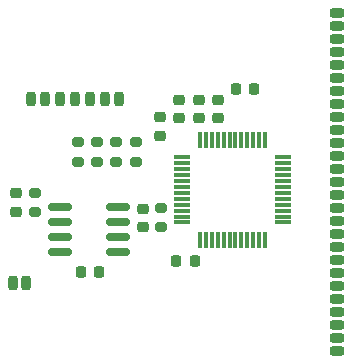
<source format=gts>
%TF.GenerationSoftware,KiCad,Pcbnew,7.0.5*%
%TF.CreationDate,2023-07-18T06:36:40-05:00*%
%TF.ProjectId,pu-23_VDAC_reloc,70752d32-335f-4564-9441-435f72656c6f,rev?*%
%TF.SameCoordinates,Original*%
%TF.FileFunction,Soldermask,Top*%
%TF.FilePolarity,Negative*%
%FSLAX46Y46*%
G04 Gerber Fmt 4.6, Leading zero omitted, Abs format (unit mm)*
G04 Created by KiCad (PCBNEW 7.0.5) date 2023-07-18 06:36:40*
%MOMM*%
%LPD*%
G01*
G04 APERTURE LIST*
G04 Aperture macros list*
%AMRoundRect*
0 Rectangle with rounded corners*
0 $1 Rounding radius*
0 $2 $3 $4 $5 $6 $7 $8 $9 X,Y pos of 4 corners*
0 Add a 4 corners polygon primitive as box body*
4,1,4,$2,$3,$4,$5,$6,$7,$8,$9,$2,$3,0*
0 Add four circle primitives for the rounded corners*
1,1,$1+$1,$2,$3*
1,1,$1+$1,$4,$5*
1,1,$1+$1,$6,$7*
1,1,$1+$1,$8,$9*
0 Add four rect primitives between the rounded corners*
20,1,$1+$1,$2,$3,$4,$5,0*
20,1,$1+$1,$4,$5,$6,$7,0*
20,1,$1+$1,$6,$7,$8,$9,0*
20,1,$1+$1,$8,$9,$2,$3,0*%
G04 Aperture macros list end*
%ADD10RoundRect,0.225000X0.225000X0.250000X-0.225000X0.250000X-0.225000X-0.250000X0.225000X-0.250000X0*%
%ADD11RoundRect,0.200000X-0.200000X-0.400000X0.200000X-0.400000X0.200000X0.400000X-0.200000X0.400000X0*%
%ADD12RoundRect,0.200000X0.275000X-0.200000X0.275000X0.200000X-0.275000X0.200000X-0.275000X-0.200000X0*%
%ADD13RoundRect,0.225000X-0.250000X0.225000X-0.250000X-0.225000X0.250000X-0.225000X0.250000X0.225000X0*%
%ADD14RoundRect,0.200000X-0.275000X0.200000X-0.275000X-0.200000X0.275000X-0.200000X0.275000X0.200000X0*%
%ADD15RoundRect,0.200000X-0.400000X-0.200000X0.400000X-0.200000X0.400000X0.200000X-0.400000X0.200000X0*%
%ADD16R,1.475000X0.300000*%
%ADD17R,0.300000X1.475000*%
%ADD18RoundRect,0.225000X0.250000X-0.225000X0.250000X0.225000X-0.250000X0.225000X-0.250000X-0.225000X0*%
%ADD19RoundRect,0.150000X0.825000X0.150000X-0.825000X0.150000X-0.825000X-0.150000X0.825000X-0.150000X0*%
%ADD20RoundRect,0.225000X-0.225000X-0.250000X0.225000X-0.250000X0.225000X0.250000X-0.225000X0.250000X0*%
G04 APERTURE END LIST*
D10*
X127935000Y-65790000D03*
X126385000Y-65790000D03*
D11*
X116540000Y-66600000D03*
X115290000Y-66600000D03*
X114040000Y-66600000D03*
X112790000Y-66600000D03*
X111540000Y-66600000D03*
X110290000Y-66600000D03*
X109040000Y-66600000D03*
X107550000Y-82180000D03*
X108650000Y-82180000D03*
D12*
X120070000Y-77515000D03*
X120070000Y-75865000D03*
D10*
X114820000Y-81265000D03*
X113270000Y-81265000D03*
D13*
X123245000Y-66715000D03*
X123245000Y-68265000D03*
D14*
X117920000Y-70315000D03*
X117920000Y-71965000D03*
D15*
X134990000Y-59340000D03*
X134990000Y-60440000D03*
X134990000Y-61540000D03*
X134990000Y-62640000D03*
X134990000Y-63740000D03*
X134990000Y-64840000D03*
X134990000Y-65940000D03*
X134990000Y-67040000D03*
X134990000Y-68140000D03*
X134990000Y-69240000D03*
X134990000Y-70340000D03*
X134990000Y-71440000D03*
X134990000Y-72540000D03*
X134990000Y-73640000D03*
X134990000Y-74740000D03*
X134990000Y-75840000D03*
X134990000Y-76940000D03*
X134990000Y-78040000D03*
X134990000Y-79140000D03*
X134990000Y-80240000D03*
X134990000Y-81340000D03*
X134990000Y-82440000D03*
X134990000Y-83540000D03*
X134990000Y-84640000D03*
X134990000Y-85740000D03*
X134990000Y-86840000D03*
X134990000Y-87940000D03*
D16*
X121882000Y-71590000D03*
X121882000Y-72090000D03*
X121882000Y-72590000D03*
X121882000Y-73090000D03*
X121882000Y-73590000D03*
X121882000Y-74090000D03*
X121882000Y-74590000D03*
X121882000Y-75090000D03*
X121882000Y-75590000D03*
X121882000Y-76090000D03*
X121882000Y-76590000D03*
X121882000Y-77090000D03*
D17*
X123370000Y-78578000D03*
X123870000Y-78578000D03*
X124370000Y-78578000D03*
X124870000Y-78578000D03*
X125370000Y-78578000D03*
X125870000Y-78578000D03*
X126370000Y-78578000D03*
X126870000Y-78578000D03*
X127370000Y-78578000D03*
X127870000Y-78578000D03*
X128370000Y-78578000D03*
X128870000Y-78578000D03*
D16*
X130358000Y-77090000D03*
X130358000Y-76590000D03*
X130358000Y-76090000D03*
X130358000Y-75590000D03*
X130358000Y-75090000D03*
X130358000Y-74590000D03*
X130358000Y-74090000D03*
X130358000Y-73590000D03*
X130358000Y-73090000D03*
X130358000Y-72590000D03*
X130358000Y-72090000D03*
X130358000Y-71590000D03*
D17*
X128870000Y-70102000D03*
X128370000Y-70102000D03*
X127870000Y-70102000D03*
X127370000Y-70102000D03*
X126870000Y-70102000D03*
X126370000Y-70102000D03*
X125870000Y-70102000D03*
X125370000Y-70102000D03*
X124870000Y-70102000D03*
X124370000Y-70102000D03*
X123870000Y-70102000D03*
X123370000Y-70102000D03*
D14*
X114670000Y-70315000D03*
X114670000Y-71965000D03*
D18*
X118520000Y-77465000D03*
X118520000Y-75915000D03*
X107770000Y-76185000D03*
X107770000Y-74635000D03*
D19*
X116470000Y-79595000D03*
X116470000Y-78325000D03*
X116470000Y-77055000D03*
X116470000Y-75785000D03*
X111520000Y-75785000D03*
X111520000Y-77055000D03*
X111520000Y-78325000D03*
X111520000Y-79595000D03*
D14*
X116295000Y-70315000D03*
X116295000Y-71965000D03*
D13*
X121620000Y-66715000D03*
X121620000Y-68265000D03*
D20*
X121365000Y-80390000D03*
X122915000Y-80390000D03*
D14*
X113045000Y-70315000D03*
X113045000Y-71965000D03*
D12*
X109420000Y-76240000D03*
X109420000Y-74590000D03*
D13*
X120020000Y-68190000D03*
X120020000Y-69740000D03*
X124870000Y-66715000D03*
X124870000Y-68265000D03*
M02*

</source>
